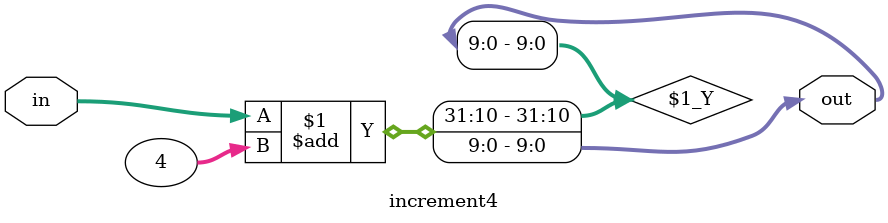
<source format=v>
module increment4(out, in);

input [9:0] in;
output [9:0] out;

assign out = in + 4;

endmodule
</source>
